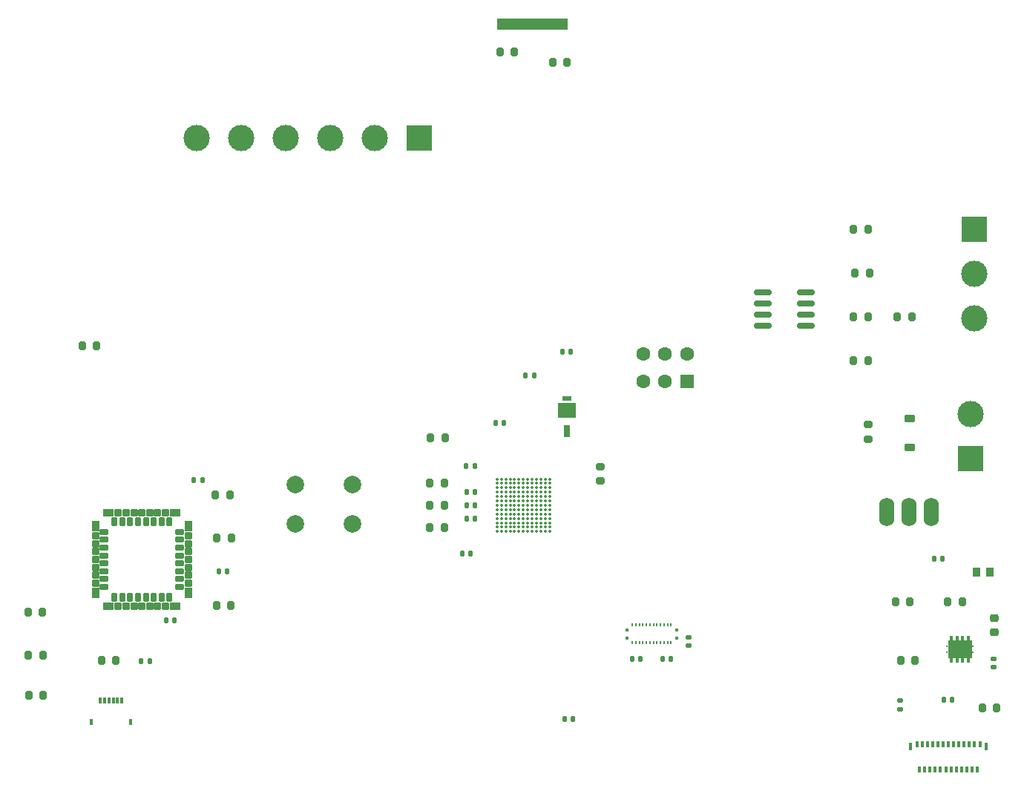
<source format=gbr>
%TF.GenerationSoftware,KiCad,Pcbnew,8.0.1*%
%TF.CreationDate,2024-06-25T09:58:30-03:00*%
%TF.ProjectId,EA075_Optisort,45413037-355f-44f7-9074-69736f72742e,rev?*%
%TF.SameCoordinates,Original*%
%TF.FileFunction,Soldermask,Top*%
%TF.FilePolarity,Negative*%
%FSLAX46Y46*%
G04 Gerber Fmt 4.6, Leading zero omitted, Abs format (unit mm)*
G04 Created by KiCad (PCBNEW 8.0.1) date 2024-06-25 09:58:30*
%MOMM*%
%LPD*%
G01*
G04 APERTURE LIST*
G04 Aperture macros list*
%AMRoundRect*
0 Rectangle with rounded corners*
0 $1 Rounding radius*
0 $2 $3 $4 $5 $6 $7 $8 $9 X,Y pos of 4 corners*
0 Add a 4 corners polygon primitive as box body*
4,1,4,$2,$3,$4,$5,$6,$7,$8,$9,$2,$3,0*
0 Add four circle primitives for the rounded corners*
1,1,$1+$1,$2,$3*
1,1,$1+$1,$4,$5*
1,1,$1+$1,$6,$7*
1,1,$1+$1,$8,$9*
0 Add four rect primitives between the rounded corners*
20,1,$1+$1,$2,$3,$4,$5,0*
20,1,$1+$1,$4,$5,$6,$7,0*
20,1,$1+$1,$6,$7,$8,$9,0*
20,1,$1+$1,$8,$9,$2,$3,0*%
G04 Aperture macros list end*
%ADD10C,0.010000*%
%ADD11R,1.100000X0.500000*%
%ADD12R,2.030000X1.820000*%
%ADD13R,0.750000X1.380000*%
%ADD14C,0.350000*%
%ADD15RoundRect,0.200000X-0.200000X-0.275000X0.200000X-0.275000X0.200000X0.275000X-0.200000X0.275000X0*%
%ADD16C,2.000000*%
%ADD17R,3.000000X3.000000*%
%ADD18C,3.000000*%
%ADD19RoundRect,0.150000X0.825000X0.150000X-0.825000X0.150000X-0.825000X-0.150000X0.825000X-0.150000X0*%
%ADD20R,1.600000X1.600000*%
%ADD21C,1.600000*%
%ADD22RoundRect,0.200000X0.200000X0.275000X-0.200000X0.275000X-0.200000X-0.275000X0.200000X-0.275000X0*%
%ADD23RoundRect,0.200000X0.275000X-0.200000X0.275000X0.200000X-0.275000X0.200000X-0.275000X-0.200000X0*%
%ADD24O,1.728000X3.252000*%
%ADD25R,0.900000X1.000000*%
%ADD26RoundRect,0.218750X-0.256250X0.218750X-0.256250X-0.218750X0.256250X-0.218750X0.256250X0.218750X0*%
%ADD27R,0.300000X0.800000*%
%ADD28R,0.400000X0.800000*%
%ADD29R,0.400000X0.950000*%
%ADD30R,0.300000X0.650000*%
%ADD31R,0.240000X0.350000*%
%ADD32R,0.300000X0.420000*%
%ADD33RoundRect,0.076200X0.550000X0.325000X-0.550000X0.325000X-0.550000X-0.325000X0.550000X-0.325000X0*%
%ADD34RoundRect,0.076200X-0.325000X-0.325000X0.325000X-0.325000X0.325000X0.325000X-0.325000X0.325000X0*%
%ADD35RoundRect,0.076200X-0.550000X-0.325000X0.550000X-0.325000X0.550000X0.325000X-0.550000X0.325000X0*%
%ADD36RoundRect,0.076200X0.325000X-0.550000X0.325000X0.550000X-0.325000X0.550000X-0.325000X-0.550000X0*%
%ADD37RoundRect,0.076200X-0.325000X0.325000X-0.325000X-0.325000X0.325000X-0.325000X0.325000X0.325000X0*%
%ADD38RoundRect,0.076200X-0.325000X0.550000X-0.325000X-0.550000X0.325000X-0.550000X0.325000X0.550000X0*%
%ADD39RoundRect,0.076200X0.325000X0.325000X-0.325000X0.325000X-0.325000X-0.325000X0.325000X-0.325000X0*%
%ADD40RoundRect,0.076200X0.325000X-0.325000X0.325000X0.325000X-0.325000X0.325000X-0.325000X-0.325000X0*%
%ADD41RoundRect,0.076200X-0.250000X-0.420000X0.250000X-0.420000X0.250000X0.420000X-0.250000X0.420000X0*%
%ADD42RoundRect,0.076200X-0.420000X0.250000X-0.420000X-0.250000X0.420000X-0.250000X0.420000X0.250000X0*%
%ADD43RoundRect,0.076200X0.250000X0.420000X-0.250000X0.420000X-0.250000X-0.420000X0.250000X-0.420000X0*%
%ADD44RoundRect,0.076200X0.420000X-0.250000X0.420000X0.250000X-0.420000X0.250000X-0.420000X-0.250000X0*%
%ADD45R,0.180000X0.230000*%
%ADD46R,2.740000X2.000000*%
%ADD47R,0.350000X0.500000*%
%ADD48RoundRect,0.225000X0.375000X-0.225000X0.375000X0.225000X-0.375000X0.225000X-0.375000X-0.225000X0*%
%ADD49RoundRect,0.140000X0.140000X0.170000X-0.140000X0.170000X-0.140000X-0.170000X0.140000X-0.170000X0*%
%ADD50RoundRect,0.140000X-0.140000X-0.170000X0.140000X-0.170000X0.140000X0.170000X-0.140000X0.170000X0*%
%ADD51RoundRect,0.140000X0.170000X-0.140000X0.170000X0.140000X-0.170000X0.140000X-0.170000X-0.140000X0*%
%ADD52RoundRect,0.140000X-0.170000X0.140000X-0.170000X-0.140000X0.170000X-0.140000X0.170000X0.140000X0*%
G04 APERTURE END LIST*
D10*
%TO.C,J7*%
X117367500Y-31913500D02*
X116942500Y-31913500D01*
X116942500Y-30786500D01*
X117367500Y-30786500D01*
X117367500Y-31913500D01*
G36*
X117367500Y-31913500D02*
G01*
X116942500Y-31913500D01*
X116942500Y-30786500D01*
X117367500Y-30786500D01*
X117367500Y-31913500D01*
G37*
X116867500Y-31913500D02*
X116442500Y-31913500D01*
X116442500Y-30786500D01*
X116867500Y-30786500D01*
X116867500Y-31913500D01*
G36*
X116867500Y-31913500D02*
G01*
X116442500Y-31913500D01*
X116442500Y-30786500D01*
X116867500Y-30786500D01*
X116867500Y-31913500D01*
G37*
X116367500Y-31913500D02*
X115942500Y-31913500D01*
X115942500Y-30786500D01*
X116367500Y-30786500D01*
X116367500Y-31913500D01*
G36*
X116367500Y-31913500D02*
G01*
X115942500Y-31913500D01*
X115942500Y-30786500D01*
X116367500Y-30786500D01*
X116367500Y-31913500D01*
G37*
X115867500Y-31913500D02*
X115442500Y-31913500D01*
X115442500Y-30786500D01*
X115867500Y-30786500D01*
X115867500Y-31913500D01*
G36*
X115867500Y-31913500D02*
G01*
X115442500Y-31913500D01*
X115442500Y-30786500D01*
X115867500Y-30786500D01*
X115867500Y-31913500D01*
G37*
X115367500Y-31913500D02*
X114942500Y-31913500D01*
X114942500Y-30786500D01*
X115367500Y-30786500D01*
X115367500Y-31913500D01*
G36*
X115367500Y-31913500D02*
G01*
X114942500Y-31913500D01*
X114942500Y-30786500D01*
X115367500Y-30786500D01*
X115367500Y-31913500D01*
G37*
X114867500Y-31913500D02*
X114442500Y-31913500D01*
X114442500Y-30786500D01*
X114867500Y-30786500D01*
X114867500Y-31913500D01*
G36*
X114867500Y-31913500D02*
G01*
X114442500Y-31913500D01*
X114442500Y-30786500D01*
X114867500Y-30786500D01*
X114867500Y-31913500D01*
G37*
X114367500Y-31913500D02*
X113942500Y-31913500D01*
X113942500Y-30786500D01*
X114367500Y-30786500D01*
X114367500Y-31913500D01*
G36*
X114367500Y-31913500D02*
G01*
X113942500Y-31913500D01*
X113942500Y-30786500D01*
X114367500Y-30786500D01*
X114367500Y-31913500D01*
G37*
X117867500Y-31913500D02*
X117442500Y-31913500D01*
X117442500Y-30786500D01*
X117867500Y-30786500D01*
X117867500Y-31913500D01*
G36*
X117867500Y-31913500D02*
G01*
X117442500Y-31913500D01*
X117442500Y-30786500D01*
X117867500Y-30786500D01*
X117867500Y-31913500D01*
G37*
X118367500Y-31913500D02*
X117942500Y-31913500D01*
X117942500Y-30786500D01*
X118367500Y-30786500D01*
X118367500Y-31913500D01*
G36*
X118367500Y-31913500D02*
G01*
X117942500Y-31913500D01*
X117942500Y-30786500D01*
X118367500Y-30786500D01*
X118367500Y-31913500D01*
G37*
X118867500Y-31913500D02*
X118442500Y-31913500D01*
X118442500Y-30786500D01*
X118867500Y-30786500D01*
X118867500Y-31913500D01*
G36*
X118867500Y-31913500D02*
G01*
X118442500Y-31913500D01*
X118442500Y-30786500D01*
X118867500Y-30786500D01*
X118867500Y-31913500D01*
G37*
X119367500Y-31913500D02*
X118942500Y-31913500D01*
X118942500Y-30786500D01*
X119367500Y-30786500D01*
X119367500Y-31913500D01*
G36*
X119367500Y-31913500D02*
G01*
X118942500Y-31913500D01*
X118942500Y-30786500D01*
X119367500Y-30786500D01*
X119367500Y-31913500D01*
G37*
X119867500Y-31913500D02*
X119442500Y-31913500D01*
X119442500Y-30786500D01*
X119867500Y-30786500D01*
X119867500Y-31913500D01*
G36*
X119867500Y-31913500D02*
G01*
X119442500Y-31913500D01*
X119442500Y-30786500D01*
X119867500Y-30786500D01*
X119867500Y-31913500D01*
G37*
X120367500Y-31913500D02*
X119942500Y-31913500D01*
X119942500Y-30786500D01*
X120367500Y-30786500D01*
X120367500Y-31913500D01*
G36*
X120367500Y-31913500D02*
G01*
X119942500Y-31913500D01*
X119942500Y-30786500D01*
X120367500Y-30786500D01*
X120367500Y-31913500D01*
G37*
X120867500Y-31913500D02*
X120442500Y-31913500D01*
X120442500Y-30786500D01*
X120867500Y-30786500D01*
X120867500Y-31913500D01*
G36*
X120867500Y-31913500D02*
G01*
X120442500Y-31913500D01*
X120442500Y-30786500D01*
X120867500Y-30786500D01*
X120867500Y-31913500D01*
G37*
X113867500Y-31913500D02*
X113442500Y-31913500D01*
X113442500Y-30786500D01*
X113867500Y-30786500D01*
X113867500Y-31913500D01*
G36*
X113867500Y-31913500D02*
G01*
X113442500Y-31913500D01*
X113442500Y-30786500D01*
X113867500Y-30786500D01*
X113867500Y-31913500D01*
G37*
X121367500Y-31913500D02*
X120942500Y-31913500D01*
X120942500Y-30786500D01*
X121367500Y-30786500D01*
X121367500Y-31913500D01*
G36*
X121367500Y-31913500D02*
G01*
X120942500Y-31913500D01*
X120942500Y-30786500D01*
X121367500Y-30786500D01*
X121367500Y-31913500D01*
G37*
%TD*%
D11*
%TO.C,D2*%
X121425000Y-74085000D03*
D12*
X121425000Y-75490000D03*
D13*
X121425000Y-77800000D03*
%TD*%
D14*
%TO.C,U1*%
X113425000Y-83300000D03*
X113925000Y-83300000D03*
X114425000Y-83300000D03*
X114925000Y-83300000D03*
X115425000Y-83300000D03*
X115925000Y-83300000D03*
X116425000Y-83300000D03*
X116925000Y-83300000D03*
X117425000Y-83300000D03*
X117925000Y-83300000D03*
X118425000Y-83300000D03*
X118925000Y-83300000D03*
X119425000Y-83300000D03*
X113425000Y-83800000D03*
X113925000Y-83800000D03*
X114425000Y-83800000D03*
X114925000Y-83800000D03*
X115425000Y-83800000D03*
X115925000Y-83800000D03*
X116425000Y-83800000D03*
X116925000Y-83800000D03*
X117425000Y-83800000D03*
X117925000Y-83800000D03*
X118425000Y-83800000D03*
X118925000Y-83800000D03*
X119425000Y-83800000D03*
X113425000Y-84300000D03*
X113925000Y-84300000D03*
X114425000Y-84300000D03*
X114925000Y-84300000D03*
X115425000Y-84300000D03*
X115925000Y-84300000D03*
X116425000Y-84300000D03*
X116925000Y-84300000D03*
X117425000Y-84300000D03*
X117925000Y-84300000D03*
X118425000Y-84300000D03*
X118925000Y-84300000D03*
X119425000Y-84300000D03*
X113425000Y-84800000D03*
X113925000Y-84800000D03*
X114425000Y-84800000D03*
X114925000Y-84800000D03*
X115425000Y-84800000D03*
X115925000Y-84800000D03*
X116425000Y-84800000D03*
X116925000Y-84800000D03*
X117425000Y-84800000D03*
X117925000Y-84800000D03*
X118425000Y-84800000D03*
X118925000Y-84800000D03*
X119425000Y-84800000D03*
X113425000Y-85300000D03*
X113925000Y-85300000D03*
X114425000Y-85300000D03*
X114925000Y-85300000D03*
X115425000Y-85300000D03*
X115925000Y-85300000D03*
X116425000Y-85300000D03*
X116925000Y-85300000D03*
X117425000Y-85300000D03*
X117925000Y-85300000D03*
X118425000Y-85300000D03*
X118925000Y-85300000D03*
X119425000Y-85300000D03*
X113425000Y-85800000D03*
X113925000Y-85800000D03*
X114425000Y-85800000D03*
X114925000Y-85800000D03*
X115425000Y-85800000D03*
X115925000Y-85800000D03*
X116425000Y-85800000D03*
X116925000Y-85800000D03*
X117425000Y-85800000D03*
X117925000Y-85800000D03*
X118425000Y-85800000D03*
X118925000Y-85800000D03*
X119425000Y-85800000D03*
X113425000Y-86300000D03*
X113925000Y-86300000D03*
X114425000Y-86300000D03*
X114925000Y-86300000D03*
X115425000Y-86300000D03*
X115925000Y-86300000D03*
X116425000Y-86300000D03*
X116925000Y-86300000D03*
X117425000Y-86300000D03*
X117925000Y-86300000D03*
X118425000Y-86300000D03*
X118925000Y-86300000D03*
X119425000Y-86300000D03*
X113425000Y-86800000D03*
X113925000Y-86800000D03*
X114425000Y-86800000D03*
X114925000Y-86800000D03*
X115425000Y-86800000D03*
X115925000Y-86800000D03*
X116425000Y-86800000D03*
X116925000Y-86800000D03*
X117425000Y-86800000D03*
X117925000Y-86800000D03*
X118425000Y-86800000D03*
X118925000Y-86800000D03*
X119425000Y-86800000D03*
X113425000Y-87300000D03*
X113925000Y-87300000D03*
X114425000Y-87300000D03*
X114925000Y-87300000D03*
X115425000Y-87300000D03*
X115925000Y-87300000D03*
X116425000Y-87300000D03*
X116925000Y-87300000D03*
X117425000Y-87300000D03*
X117925000Y-87300000D03*
X118425000Y-87300000D03*
X118925000Y-87300000D03*
X119425000Y-87300000D03*
X113425000Y-87800000D03*
X113925000Y-87800000D03*
X114425000Y-87800000D03*
X114925000Y-87800000D03*
X115425000Y-87800000D03*
X115925000Y-87800000D03*
X116425000Y-87800000D03*
X116925000Y-87800000D03*
X117425000Y-87800000D03*
X117925000Y-87800000D03*
X118425000Y-87800000D03*
X118925000Y-87800000D03*
X119425000Y-87800000D03*
X113425000Y-88300000D03*
X113925000Y-88300000D03*
X114425000Y-88300000D03*
X114925000Y-88300000D03*
X115425000Y-88300000D03*
X115925000Y-88300000D03*
X116425000Y-88300000D03*
X116925000Y-88300000D03*
X117425000Y-88300000D03*
X117925000Y-88300000D03*
X118425000Y-88300000D03*
X118925000Y-88300000D03*
X119425000Y-88300000D03*
X113425000Y-88800000D03*
X113925000Y-88800000D03*
X114425000Y-88800000D03*
X114925000Y-88800000D03*
X115425000Y-88800000D03*
X115925000Y-88800000D03*
X116425000Y-88800000D03*
X116925000Y-88800000D03*
X117425000Y-88800000D03*
X117925000Y-88800000D03*
X118425000Y-88800000D03*
X118925000Y-88800000D03*
X119425000Y-88800000D03*
X113425000Y-89300000D03*
X113925000Y-89300000D03*
X114425000Y-89300000D03*
X114925000Y-89300000D03*
X115425000Y-89300000D03*
X115925000Y-89300000D03*
X116425000Y-89300000D03*
X116925000Y-89300000D03*
X117425000Y-89300000D03*
X117925000Y-89300000D03*
X118425000Y-89300000D03*
X118925000Y-89300000D03*
X119425000Y-89300000D03*
%TD*%
D15*
%TO.C,R22*%
X68300000Y-104000000D03*
X69950000Y-104000000D03*
%TD*%
D16*
%TO.C,SW2*%
X90400000Y-83900000D03*
X96900000Y-83900000D03*
X90400000Y-88400000D03*
X96900000Y-88400000D03*
%TD*%
D17*
%TO.C,J8*%
X104580000Y-44400000D03*
D18*
X99500000Y-44400000D03*
X94420000Y-44400000D03*
X89340000Y-44400000D03*
X84260000Y-44400000D03*
X79180000Y-44400000D03*
%TD*%
D19*
%TO.C,U2*%
X143750000Y-65810000D03*
X143750000Y-64540000D03*
X143750000Y-63270000D03*
X143750000Y-62000000D03*
X148700000Y-62000000D03*
X148700000Y-63270000D03*
X148700000Y-64540000D03*
X148700000Y-65810000D03*
%TD*%
D20*
%TO.C,SW1*%
X135100000Y-72200000D03*
D21*
X132600000Y-72200000D03*
X130100000Y-72200000D03*
X135100000Y-69000000D03*
X132600000Y-69000000D03*
X130100000Y-69000000D03*
%TD*%
D22*
%TO.C,R25*%
X113775000Y-34600000D03*
X115425000Y-34600000D03*
%TD*%
D15*
%TO.C,R24*%
X119775000Y-35775000D03*
X121425000Y-35775000D03*
%TD*%
%TO.C,R23*%
X105850000Y-78600000D03*
X107500000Y-78600000D03*
%TD*%
D22*
%TO.C,R21*%
X170425000Y-109400000D03*
X168775000Y-109400000D03*
%TD*%
D15*
%TO.C,R20*%
X161125000Y-104000000D03*
X159475000Y-104000000D03*
%TD*%
%TO.C,R19*%
X105775000Y-88810000D03*
X107425000Y-88810000D03*
%TD*%
%TO.C,R18*%
X105775000Y-86300000D03*
X107425000Y-86300000D03*
%TD*%
%TO.C,R17*%
X105775000Y-83790000D03*
X107425000Y-83790000D03*
%TD*%
%TO.C,R16*%
X66100000Y-68075000D03*
X67750000Y-68075000D03*
%TD*%
%TO.C,R15*%
X160525000Y-97300000D03*
X158875000Y-97300000D03*
%TD*%
D22*
%TO.C,R14*%
X166525000Y-97300000D03*
X164875000Y-97300000D03*
%TD*%
D15*
%TO.C,R13*%
X59900000Y-98500000D03*
X61550000Y-98500000D03*
%TD*%
%TO.C,R12*%
X59950000Y-103400000D03*
X61600000Y-103400000D03*
%TD*%
%TO.C,R11*%
X60000000Y-108000000D03*
X61650000Y-108000000D03*
%TD*%
D23*
%TO.C,R10*%
X155800000Y-77100000D03*
X155800000Y-78750000D03*
%TD*%
D22*
%TO.C,R9*%
X160750000Y-64800000D03*
X159100000Y-64800000D03*
%TD*%
D15*
%TO.C,R8*%
X81300000Y-85100000D03*
X82950000Y-85100000D03*
%TD*%
%TO.C,R7*%
X154100000Y-54800000D03*
X155750000Y-54800000D03*
%TD*%
%TO.C,R6*%
X154100000Y-64800000D03*
X155750000Y-64800000D03*
%TD*%
%TO.C,R5*%
X154275000Y-59800000D03*
X155925000Y-59800000D03*
%TD*%
%TO.C,R4*%
X81450000Y-90000000D03*
X83100000Y-90000000D03*
%TD*%
%TO.C,R3*%
X81400000Y-97700000D03*
X83050000Y-97700000D03*
%TD*%
D23*
%TO.C,R2*%
X125200000Y-83525000D03*
X125200000Y-81875000D03*
%TD*%
D15*
%TO.C,R1*%
X154100000Y-69800000D03*
X155750000Y-69800000D03*
%TD*%
D24*
%TO.C,Q1*%
X163000000Y-87100000D03*
X160460000Y-87100000D03*
X157920000Y-87100000D03*
%TD*%
D25*
%TO.C,L2*%
X168100000Y-93900000D03*
X169700000Y-93900000D03*
%TD*%
D26*
%TO.C,L1*%
X170200000Y-100775000D03*
X170200000Y-99200000D03*
%TD*%
D27*
%TO.C,J6*%
X68135000Y-108550000D03*
X68635000Y-108550000D03*
X69135000Y-108550000D03*
X69635000Y-108550000D03*
X70135000Y-108550000D03*
X70635000Y-108550000D03*
D28*
X67135000Y-111050000D03*
X71635000Y-111050000D03*
%TD*%
D18*
%TO.C,J5*%
X167500000Y-75900000D03*
D17*
X167500000Y-80980000D03*
%TD*%
D29*
%TO.C,J4*%
X160625000Y-113825000D03*
X169225000Y-113825000D03*
D27*
X161325000Y-113550000D03*
D30*
X161625000Y-116425000D03*
D27*
X161925000Y-113550000D03*
D30*
X162225000Y-116425000D03*
D27*
X162525000Y-113550000D03*
D30*
X162825000Y-116425000D03*
D27*
X163125000Y-113550000D03*
D30*
X163425000Y-116425000D03*
D27*
X163725000Y-113550000D03*
D30*
X164025000Y-116425000D03*
D27*
X164325000Y-113550000D03*
D30*
X164625000Y-116425000D03*
D27*
X164925000Y-113550000D03*
D30*
X165225000Y-116425000D03*
D27*
X165525000Y-113550000D03*
D30*
X165825000Y-116425000D03*
D27*
X166125000Y-113550000D03*
D30*
X166425000Y-116425000D03*
D27*
X166725000Y-113550000D03*
D30*
X167025000Y-116425000D03*
D27*
X167325000Y-113550000D03*
D30*
X167625000Y-116425000D03*
D27*
X167925000Y-113550000D03*
D30*
X168225000Y-116425000D03*
D27*
X168525000Y-113550000D03*
%TD*%
D31*
%TO.C,J3*%
X128875000Y-101999999D03*
X129275000Y-101999999D03*
X129675000Y-101999999D03*
X130075000Y-101999999D03*
X130475000Y-101999999D03*
X130875000Y-101999999D03*
X131275000Y-101999999D03*
X131675000Y-101999999D03*
X132075000Y-101999999D03*
X132475000Y-101999999D03*
X132875000Y-101999999D03*
X133275000Y-101999999D03*
X133275000Y-99950001D03*
X132875000Y-99950001D03*
X132475000Y-99950001D03*
X132075000Y-99950001D03*
X131675000Y-99950001D03*
X131275000Y-99950001D03*
X130875000Y-99950001D03*
X130475000Y-99950001D03*
X130075000Y-99950001D03*
X129675000Y-99950001D03*
X129275000Y-99950001D03*
X128875000Y-99950001D03*
D32*
X133905000Y-101455000D03*
X128245000Y-101455000D03*
X133905000Y-100495000D03*
X128245000Y-100495000D03*
%TD*%
D33*
%TO.C,J2*%
X69080000Y-87170000D03*
D34*
X70205000Y-87170000D03*
X71105000Y-87170000D03*
X72005000Y-87170000D03*
X72905000Y-87170000D03*
X73805000Y-87170000D03*
X74705000Y-87170000D03*
X75605000Y-87170000D03*
D35*
X76730000Y-87170000D03*
D36*
X78210000Y-88650000D03*
D37*
X78210000Y-89775000D03*
X78210000Y-90675000D03*
X78210000Y-91575000D03*
X78210000Y-92475000D03*
X78210000Y-93375000D03*
X78210000Y-94275000D03*
X78210000Y-95175000D03*
D38*
X78210000Y-96300000D03*
D35*
X76730000Y-97780000D03*
D39*
X75605000Y-97780000D03*
X74705000Y-97780000D03*
X73805000Y-97780000D03*
X72905000Y-97780000D03*
X72005000Y-97780000D03*
X71105000Y-97780000D03*
X70205000Y-97780000D03*
D33*
X69080000Y-97780000D03*
D38*
X67600000Y-96300000D03*
D40*
X67600000Y-95175000D03*
X67600000Y-94275000D03*
X67600000Y-93375000D03*
X67600000Y-92475000D03*
X67600000Y-91575000D03*
X67600000Y-90675000D03*
X67600000Y-89775000D03*
D36*
X67600000Y-88650000D03*
D41*
X69755000Y-88165000D03*
X70655000Y-88165000D03*
X71555000Y-88165000D03*
X72455000Y-88165000D03*
X73355000Y-88165000D03*
X74255000Y-88165000D03*
X75155000Y-88165000D03*
X76055000Y-88165000D03*
D42*
X77215000Y-89325000D03*
X77215000Y-90225000D03*
X77215000Y-91125000D03*
X77215000Y-92025000D03*
X77215000Y-92925000D03*
X77215000Y-93825000D03*
X77215000Y-94725000D03*
X77215000Y-95625000D03*
D43*
X76055000Y-96785000D03*
X75155000Y-96785000D03*
X74255000Y-96785000D03*
X73355000Y-96785000D03*
X72455000Y-96785000D03*
X71555000Y-96785000D03*
X70655000Y-96785000D03*
X69755000Y-96785000D03*
D44*
X68595000Y-95625000D03*
X68595000Y-94725000D03*
X68595000Y-93825000D03*
X68595000Y-92925000D03*
X68595000Y-92025000D03*
X68595000Y-91125000D03*
X68595000Y-90225000D03*
X68595000Y-89325000D03*
%TD*%
D17*
%TO.C,J1*%
X167925000Y-54800000D03*
D18*
X167925000Y-59880000D03*
X167925000Y-64960000D03*
%TD*%
D45*
%TO.C,IC1*%
X164780000Y-103050000D03*
X164780000Y-102400000D03*
X167700000Y-102400000D03*
X167700000Y-103050000D03*
D46*
X166240000Y-102725000D03*
D47*
X167215000Y-104025000D03*
X166565000Y-104025000D03*
X165915000Y-104025000D03*
X165265000Y-104025000D03*
X165265000Y-101425000D03*
X165915000Y-101425000D03*
X166565000Y-101425000D03*
X167215000Y-101425000D03*
%TD*%
D48*
%TO.C,D1*%
X160500000Y-76400000D03*
X160500000Y-79700000D03*
%TD*%
D49*
%TO.C,C22*%
X116700000Y-71500000D03*
X117660000Y-71500000D03*
%TD*%
D50*
%TO.C,C21*%
X121115000Y-110650000D03*
X122075000Y-110650000D03*
%TD*%
D49*
%TO.C,C20*%
X165380000Y-108500000D03*
X164420000Y-108500000D03*
%TD*%
D51*
%TO.C,C19*%
X159400000Y-109560000D03*
X159400000Y-108600000D03*
%TD*%
D52*
%TO.C,C18*%
X170100000Y-104760000D03*
X170100000Y-103800000D03*
%TD*%
D50*
%TO.C,C17*%
X164280000Y-92400000D03*
X163320000Y-92400000D03*
%TD*%
%TO.C,C16*%
X72840000Y-104100000D03*
X73800000Y-104100000D03*
%TD*%
%TO.C,C15*%
X113240000Y-76900000D03*
X114200000Y-76900000D03*
%TD*%
%TO.C,C14*%
X109965000Y-86300000D03*
X110925000Y-86300000D03*
%TD*%
%TO.C,C13*%
X109945000Y-87800000D03*
X110905000Y-87800000D03*
%TD*%
%TO.C,C12*%
X109945000Y-84800000D03*
X110905000Y-84800000D03*
%TD*%
%TO.C,C11*%
X109925000Y-81800000D03*
X110885000Y-81800000D03*
%TD*%
D49*
%TO.C,C10*%
X120905000Y-68800000D03*
X121865000Y-68800000D03*
%TD*%
D50*
%TO.C,C9*%
X109445000Y-91800000D03*
X110405000Y-91800000D03*
%TD*%
D52*
%TO.C,C8*%
X135295000Y-102305000D03*
X135295000Y-101345000D03*
%TD*%
D50*
%TO.C,C7*%
X133275000Y-103805000D03*
X132315000Y-103805000D03*
%TD*%
%TO.C,C6*%
X129775000Y-103805000D03*
X128815000Y-103805000D03*
%TD*%
%TO.C,C5*%
X81700000Y-93800000D03*
X82660000Y-93800000D03*
%TD*%
%TO.C,C4*%
X78840000Y-83400000D03*
X79800000Y-83400000D03*
%TD*%
D49*
%TO.C,C3*%
X76600000Y-99400000D03*
X75640000Y-99400000D03*
%TD*%
M02*

</source>
